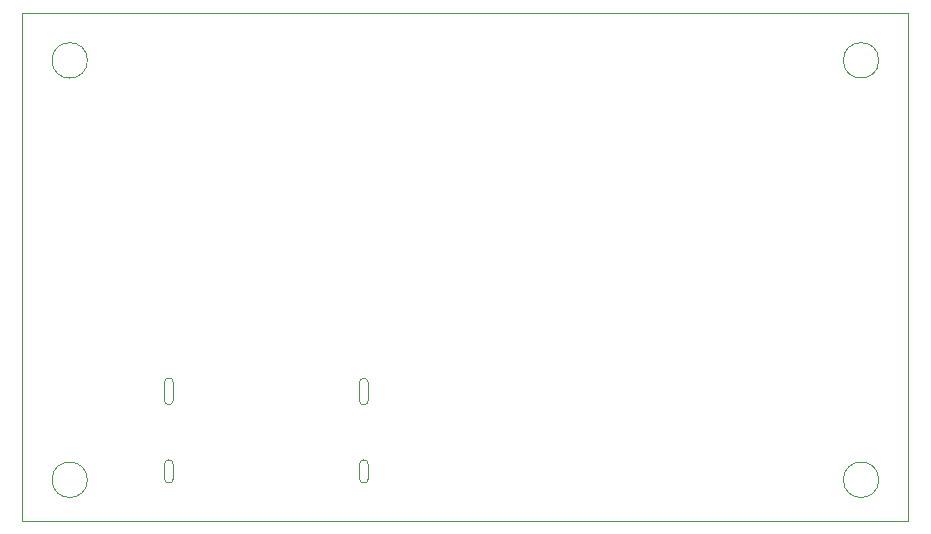
<source format=gm1>
G04 #@! TF.GenerationSoftware,KiCad,Pcbnew,(5.1.4-0-10_14)*
G04 #@! TF.CreationDate,2020-03-06T12:40:27+09:00*
G04 #@! TF.ProjectId,ReadoutBoard_v3_2,52656164-6f75-4744-926f-6172645f7633,rev?*
G04 #@! TF.SameCoordinates,Original*
G04 #@! TF.FileFunction,Profile,NP*
%FSLAX46Y46*%
G04 Gerber Fmt 4.6, Leading zero omitted, Abs format (unit mm)*
G04 Created by KiCad (PCBNEW (5.1.4-0-10_14)) date 2020-03-06 12:40:27*
%MOMM*%
%LPD*%
G04 APERTURE LIST*
%ADD10C,0.050000*%
G04 APERTURE END LIST*
D10*
X127279400Y-119202200D02*
X127279400Y-120408700D01*
X127279400Y-119202200D02*
G75*
G03X126517400Y-119202200I-381000J0D01*
G01*
X126517400Y-119202200D02*
X126517400Y-120408700D01*
X127279400Y-120408700D02*
G75*
G02X126517400Y-120408700I-381000J0D01*
G01*
X127279400Y-112293400D02*
G75*
G03X126517400Y-112293400I-381000J0D01*
G01*
X127279400Y-112293400D02*
X127279400Y-113795200D01*
X127279400Y-113795200D02*
G75*
G02X126517400Y-113795200I-381000J0D01*
G01*
X126517400Y-112293400D02*
X126517400Y-113795200D01*
X110769400Y-112268000D02*
X110769400Y-113769800D01*
X110769400Y-112268000D02*
G75*
G03X110007400Y-112268000I-381000J0D01*
G01*
X110769400Y-113769800D02*
G75*
G02X110007400Y-113769800I-381000J0D01*
G01*
X110007400Y-112268000D02*
X110007400Y-113769800D01*
X110769400Y-119202200D02*
X110769400Y-120408700D01*
X110007400Y-119202200D02*
X110007400Y-120408700D01*
X110769400Y-119202200D02*
G75*
G03X110007400Y-119202200I-381000J0D01*
G01*
X110769400Y-120408700D02*
G75*
G02X110007400Y-120408700I-381000J0D01*
G01*
X103500000Y-120510800D02*
G75*
G03X103500000Y-120510800I-1500000J0D01*
G01*
X170500000Y-120510800D02*
G75*
G03X170500000Y-120510800I-1500000J0D01*
G01*
X170500000Y-85000000D02*
G75*
G03X170500000Y-85000000I-1500000J0D01*
G01*
X103500000Y-85000000D02*
G75*
G03X103500000Y-85000000I-1500000J0D01*
G01*
X98000000Y-124000000D02*
X98000000Y-81000000D01*
X98000000Y-124000000D02*
X173000000Y-124000000D01*
X173000000Y-81000000D02*
X173000000Y-124000000D01*
X98000000Y-81000000D02*
X173000000Y-81000000D01*
M02*

</source>
